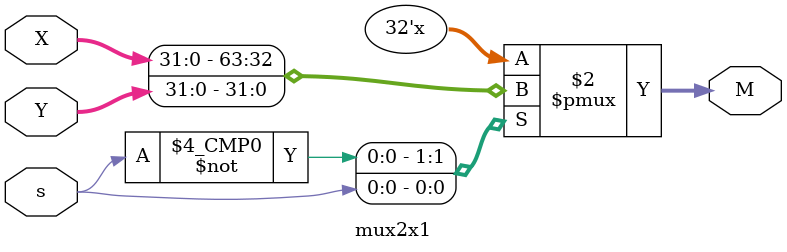
<source format=v>

 
 module mux2x1 (X, Y, s, M);

	 // Inputs
	 input [31:0] X; // First input
	 input [31:0] Y; // Second input
	 input  s;	 //Selector line 

	 // Output
	 output reg [31:0] M; //Mux output

	 always @(*)
		 case (s)
			 1'b0: M = X;	// Choose First input if the selector equals "00"
			 1'b1: M = Y;	//Choose Second input if the selector equals "01"
			 default: M = 32'hxxxx; // Error state
		 endcase
 endmodule
</source>
